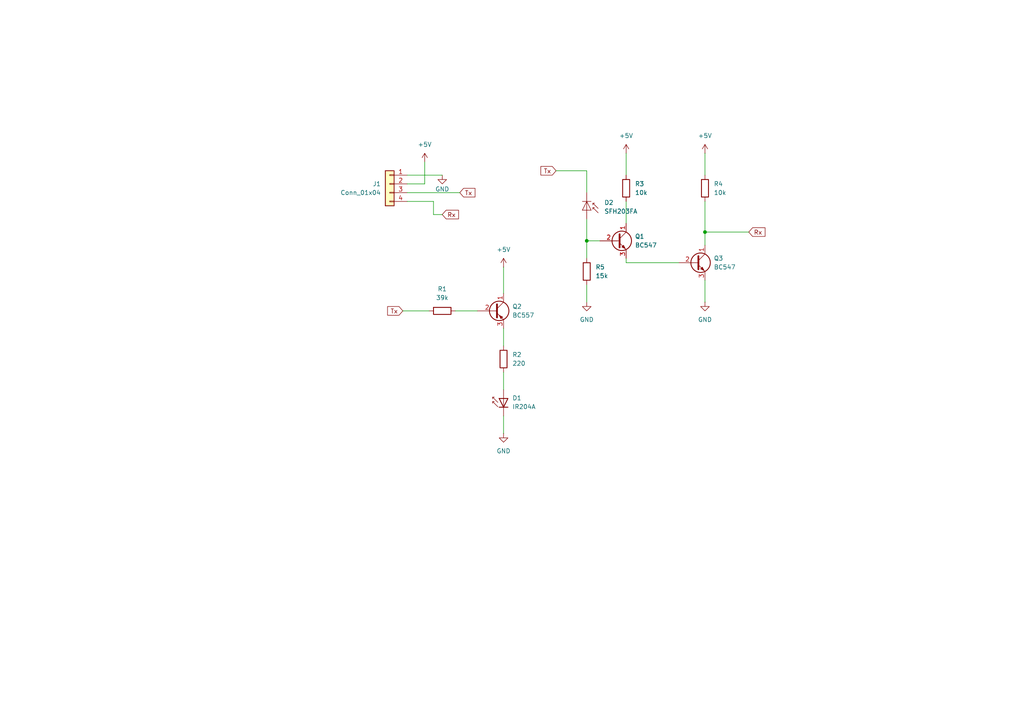
<source format=kicad_sch>
(kicad_sch (version 20231120) (generator "eeschema") (generator_version "8.0")
  (paper "A4")
  (lib_symbols
    (symbol "Connector_Generic:Conn_01x04" (pin_names (offset 1.016) hide)
      (property "Reference" "J" (at 0 5.08 0))
      (property "Value" "Conn_01x04" (at 0 -7.62 0))
      (symbol "Conn_01x04_1_1"
        (rectangle (start -1.27 -4.953) (end 0 -5.207) (stroke (width 0.1524)))
        (rectangle (start -1.27 -2.413) (end 0 -2.667) (stroke (width 0.1524)))
        (rectangle (start -1.27 0.127) (end 0 -0.127) (stroke (width 0.1524)))
        (rectangle (start -1.27 2.667) (end 0 2.413) (stroke (width 0.1524)))
        (rectangle (start -1.27 3.81) (end 1.27 -6.35) (stroke (width 0.254)) (fill (type background)))
        (pin passive line (at -5.08 2.54 0) (length 3.81) (name "Pin_1") (number "1"))
        (pin passive line (at -5.08 0 0) (length 3.81) (name "Pin_2") (number "2"))
        (pin passive line (at -5.08 -2.54 0) (length 3.81) (name "Pin_3") (number "3"))
        (pin passive line (at -5.08 -5.08 0) (length 3.81) (name "Pin_4") (number "4"))
      )
    )
    (symbol "Device:R" (pin_numbers hide) (pin_names (offset 0))
      (property "Reference" "R" (at 2.032 0 90))
      (property "Value" "R" (at 0 0 90))
      (symbol "R_0_1"
        (rectangle (start -1.016 -2.54) (end 1.016 2.54) (stroke (width 0.254)))
      )
      (symbol "R_1_1"
        (pin passive line (at 0 3.81 270) (length 1.27) (name "~") (number "1"))
        (pin passive line (at 0 -3.81 90) (length 1.27) (name "~") (number "2"))
      )
    )
    (symbol "LED:IR204A" (pin_numbers hide) (pin_names (offset 1.016) hide)
      (property "Reference" "D" (at 0.508 1.778 0))
      (property "Value" "IR204A" (at -1.016 -2.794 0))
      (symbol "IR204A_0_1"
        (polyline (pts (xy -2.54 1.27) (xy -2.54 -1.27)) (stroke (width 0.254)))
        (polyline (pts (xy 0 0) (xy -2.54 0)))
        (polyline (pts (xy 0.381 3.175) (xy -0.127 3.175)))
        (polyline (pts (xy -1.143 1.651) (xy 0.381 3.175) (xy 0.381 2.667)))
        (polyline (pts (xy 0 1.27) (xy -2.54 0) (xy 0 -1.27) (xy 0 1.27)) (stroke (width 0.254)))
        (polyline (pts (xy -2.413 1.651) (xy -0.889 3.175) (xy -0.889 2.667) (xy -0.889 3.175) (xy -1.397 3.175)))
      )
      (symbol "IR204A_1_1"
        (pin passive line (at -5.08 0 0) (length 2.54) (name "K") (number "1"))
        (pin passive line (at 2.54 0 180) (length 2.54) (name "A") (number "2"))
      )
    )
    (symbol "Sensor_Optical:SFH203FA" (pin_numbers hide) (pin_names hide)
      (property "Reference" "D" (at 0.508 1.778 0))
      (property "Value" "SFH203FA" (at -1.016 -2.794 0))
      (symbol "SFH203FA_0_1"
        (polyline (pts (xy -2.54 0) (xy 0 0)))
        (polyline (pts (xy -2.54 1.27) (xy -2.54 -1.27)) (stroke (width 0.1524)))
        (polyline (pts (xy -2.032 1.778) (xy -1.524 1.778)))
        (polyline (pts (xy 0 -1.27) (xy 0 1.27)))
        (polyline (pts (xy -0.508 3.302) (xy -2.032 1.778) (xy -2.032 2.286)))
        (polyline (pts (xy 0 1.27) (xy -2.54 0) (xy 0 -1.27)))
        (polyline (pts (xy 0.762 3.302) (xy -0.762 1.778) (xy -0.762 2.286) (xy -0.762 1.778) (xy -0.254 1.778)))
      )
      (symbol "SFH203FA_1_1"
        (pin passive line (at -5.08 0 0) (length 2.54) (name "K") (number "1"))
        (pin passive line (at 2.54 0 180) (length 2.54) (name "A") (number "2"))
      )
    )
    (symbol "Transistor_BJT:BC547" (pin_names (offset 0) hide)
      (property "Reference" "Q" (at 5.08 1.905 0))
      (property "Value" "BC547" (at 5.08 0 0))
      (symbol "BC547_0_1"
        (polyline (pts (xy 0 0) (xy 0.635 0)))
        (polyline (pts (xy 0.635 0.635) (xy 2.54 2.54)))
        (polyline (pts (xy 0.635 -0.635) (xy 2.54 -2.54) (xy 2.54 -2.54)))
        (polyline (pts (xy 0.635 1.905) (xy 0.635 -1.905) (xy 0.635 -1.905)) (stroke (width 0.508)))
        (polyline (pts (xy 1.27 -1.778) (xy 1.778 -1.27) (xy 2.286 -2.286) (xy 1.27 -1.778) (xy 1.27 -1.778)) (fill (type outline)))
        (circle (center 1.27 0) (radius 2.8194) (stroke (width 0.254)))
      )
      (symbol "BC547_1_1"
        (pin passive line (at 2.54 5.08 270) (length 2.54) (name "C") (number "1"))
        (pin input line (at -5.08 0 0) (length 5.08) (name "B") (number "2"))
        (pin passive line (at 2.54 -5.08 90) (length 2.54) (name "E") (number "3"))
      )
    )
    (symbol "Transistor_BJT:BC557" (pin_names (offset 0) hide)
      (property "Reference" "Q" (at 5.08 1.905 0))
      (property "Value" "BC557" (at 5.08 0 0))
      (symbol "BC557_0_1"
        (polyline (pts (xy 0.635 0.635) (xy 2.54 2.54)))
        (polyline (pts (xy 0.635 -0.635) (xy 2.54 -2.54) (xy 2.54 -2.54)))
        (polyline (pts (xy 0.635 1.905) (xy 0.635 -1.905) (xy 0.635 -1.905)) (stroke (width 0.508)))
        (polyline (pts (xy 2.286 -1.778) (xy 1.778 -2.286) (xy 1.27 -1.27) (xy 2.286 -1.778) (xy 2.286 -1.778)) (fill (type outline)))
        (circle (center 1.27 0) (radius 2.8194) (stroke (width 0.254)))
      )
      (symbol "BC557_1_1"
        (pin passive line (at 2.54 5.08 270) (length 2.54) (name "C") (number "1"))
        (pin input line (at -5.08 0 0) (length 5.715) (name "B") (number "2"))
        (pin passive line (at 2.54 -5.08 90) (length 2.54) (name "E") (number "3"))
      )
    )
    (symbol "power:+5V" (power) (pin_numbers hide) (pin_names (offset 0) hide)
      (property "Value" "+5V" (at 0 3.556 0))
      (symbol "+5V_0_1"
        (polyline (pts (xy -0.762 1.27) (xy 0 2.54)))
        (polyline (pts (xy 0 0) (xy 0 2.54)))
        (polyline (pts (xy 0 2.54) (xy 0.762 1.27)))
      )
      (symbol "+5V_1_1"
        (pin power_in line (at 0 0 90) (length 0) (name "~") (number "1"))
      )
    )
    (symbol "power:GND" (power) (pin_numbers hide) (pin_names (offset 0) hide)
      (property "Value" "GND" (at 0 -3.81 0))
      (symbol "GND_0_1"
        (polyline (pts (xy 0 0) (xy 0 -1.27) (xy 1.27 -1.27) (xy 0 -2.54) (xy -1.27 -1.27) (xy 0 -1.27)))
      )
      (symbol "GND_1_1"
        (pin power_in line (at 0 0 270) (length 0) (name "~") (number "1"))
      )
    )
  )
  (junction (at 170.18 69.85))
  (junction (at 204.47 67.31))
  (wire (pts (xy 204.47 67.31) (xy 217.17 67.31)))
  (wire (pts (xy 146.05 120.65) (xy 146.05 125.73)))
  (wire (pts (xy 181.61 58.42) (xy 181.61 64.77)))
  (wire (pts (xy 170.18 69.85) (xy 170.18 74.93)))
  (wire (pts (xy 170.18 49.53) (xy 170.18 55.88)))
  (wire (pts (xy 125.73 58.42) (xy 125.73 62.23)))
  (wire (pts (xy 146.05 77.47) (xy 146.05 85.09)))
  (wire (pts (xy 204.47 81.28) (xy 204.47 87.63)))
  (wire (pts (xy 170.18 63.5) (xy 170.18 69.85)))
  (wire (pts (xy 123.19 46.99) (xy 123.19 53.34)))
  (wire (pts (xy 132.08 90.17) (xy 138.43 90.17)))
  (wire (pts (xy 181.61 44.45) (xy 181.61 50.8)))
  (wire (pts (xy 170.18 69.85) (xy 173.99 69.85)))
  (wire (pts (xy 161.29 49.53) (xy 170.18 49.53)))
  (wire (pts (xy 123.19 53.34) (xy 118.11 53.34)))
  (wire (pts (xy 204.47 44.45) (xy 204.47 50.8)))
  (wire (pts (xy 125.73 62.23) (xy 128.27 62.23)))
  (wire (pts (xy 196.85 76.2) (xy 181.61 76.2)))
  (wire (pts (xy 118.11 55.88) (xy 133.35 55.88)))
  (wire (pts (xy 170.18 82.55) (xy 170.18 87.63)))
  (wire (pts (xy 181.61 76.2) (xy 181.61 74.93)))
  (wire (pts (xy 204.47 67.31) (xy 204.47 71.12)))
  (wire (pts (xy 118.11 50.8) (xy 128.27 50.8)))
  (wire (pts (xy 116.84 90.17) (xy 124.46 90.17)))
  (wire (pts (xy 146.05 107.95) (xy 146.05 113.03)))
  (wire (pts (xy 146.05 95.25) (xy 146.05 100.33)))
  (wire (pts (xy 118.11 58.42) (xy 125.73 58.42)))
  (wire (pts (xy 204.47 58.42) (xy 204.47 67.31)))
  (global_label "Rx" (shape input) (at 128.27 62.23 0) (property "Intersheetrefs" "${INTERSHEET_REFS}" (effects (hide yes))))
  (global_label "Rx" (shape input) (at 217.17 67.31 0) (property "Intersheetrefs" "${INTERSHEET_REFS}" (effects (hide yes))))
  (global_label "Tx" (shape input) (at 133.35 55.88 0) (property "Intersheetrefs" "${INTERSHEET_REFS}" (effects (hide yes))))
  (global_label "Tx" (shape input) (at 161.29 49.53 180) (property "Intersheetrefs" "${INTERSHEET_REFS}" (effects (hide yes))))
  (global_label "Tx" (shape input) (at 116.84 90.17 180) (property "Intersheetrefs" "${INTERSHEET_REFS}" (effects (hide yes))))
  (symbol (lib_id "Device:R") (at 170.18 78.74 180) (unit 1)
    (property "Reference" "R5" (at 172.72 77.4699 0) (effects (justify right)))
    (property "Value" "15k" (at 172.72 80.0099 0) (effects (justify right)))
    (property "Footprint" "Resistor_THT:R_Axial_DIN0204_L3.6mm_D1.6mm_P7.62mm_Horizontal" (effects (hide yes)))
    (property "Description" "Resistor" (effects (hide yes)))
  )
  (symbol (lib_id "LED:IR204A") (at 146.05 115.57 90) (unit 1)
    (property "Reference" "D1" (at 148.59 115.4429 90) (effects (justify right)))
    (property "Value" "IR204A" (at 148.59 117.9829 90) (effects (justify right)))
    (property "Footprint" "LED_THT:LED_D5.0mm_IRGrey" (effects (hide yes)))
    (property "Datasheet" "http://www.everlight.com/file/ProductFile/IR204-A.pdf" (effects (hide yes)))
    (property "Description" "Infrared LED , 3mm LED package" (effects (hide yes)))
  )
  (symbol (lib_id "Transistor_BJT:BC547") (at 179.07 69.85 0) (unit 1)
    (property "Reference" "Q1" (at 184.15 68.5799 0) (effects (justify left)))
    (property "Value" "BC547" (at 184.15 71.1199 0) (effects (justify left)))
    (property "Footprint" "Package_TO_SOT_THT:TO-92_Inline" (effects (hide yes)))
    (property "Datasheet" "https://www.onsemi.com/pub/Collateral/BC550-D.pdf" (effects (hide yes)))
    (property "Description" "0.1A Ic, 45V Vce, Small Signal NPN Transistor, TO-92" (effects (hide yes)))
  )
  (symbol (lib_id "power:GND") (at 128.27 50.8 0) (unit 1)
    (property "Reference" "#PWR01" (effects (hide yes)))
    (property "Value" "GND" (at 128.27 54.864 0))
    (property "Description" "Power symbol creates a global label with name \"GND\" , ground" (effects (hide yes)))
  )
  (symbol (lib_id "Transistor_BJT:BC547") (at 201.93 76.2 0) (unit 1)
    (property "Reference" "Q3" (at 207.01 74.9299 0) (effects (justify left)))
    (property "Value" "BC547" (at 207.01 77.4699 0) (effects (justify left)))
    (property "Footprint" "Package_TO_SOT_THT:TO-92_Inline" (effects (hide yes)))
    (property "Datasheet" "https://www.onsemi.com/pub/Collateral/BC550-D.pdf" (effects (hide yes)))
    (property "Description" "0.1A Ic, 45V Vce, Small Signal NPN Transistor, TO-92" (effects (hide yes)))
  )
  (symbol (lib_id "power:GND") (at 170.18 87.63 0) (unit 1)
    (property "Reference" "#PWR08" (effects (hide yes)))
    (property "Value" "GND" (at 170.18 92.71 0))
    (property "Description" "Power symbol creates a global label with name \"GND\" , ground" (effects (hide yes)))
  )
  (symbol (lib_id "Device:R") (at 204.47 54.61 180) (unit 1)
    (property "Reference" "R4" (at 207.01 53.3399 0) (effects (justify right)))
    (property "Value" "10k" (at 207.01 55.8799 0) (effects (justify right)))
    (property "Footprint" "Resistor_THT:R_Axial_DIN0204_L3.6mm_D1.6mm_P7.62mm_Horizontal" (effects (hide yes)))
    (property "Description" "Resistor" (effects (hide yes)))
  )
  (symbol (lib_id "power:GND") (at 146.05 125.73 0) (unit 1)
    (property "Reference" "#PWR04" (effects (hide yes)))
    (property "Value" "GND" (at 146.05 130.81 0))
    (property "Description" "Power symbol creates a global label with name \"GND\" , ground" (effects (hide yes)))
  )
  (symbol (lib_id "power:+5V") (at 204.47 44.45 0) (unit 1)
    (property "Reference" "#PWR06" (effects (hide yes)))
    (property "Value" "+5V" (at 204.47 39.37 0))
    (property "Description" "Power symbol creates a global label with name \"+5V\"" (effects (hide yes)))
  )
  (symbol (lib_id "Device:R") (at 146.05 104.14 180) (unit 1)
    (property "Reference" "R2" (at 148.59 102.8699 0) (effects (justify right)))
    (property "Value" "220" (at 148.59 105.4099 0) (effects (justify right)))
    (property "Footprint" "Resistor_THT:R_Axial_DIN0204_L3.6mm_D1.6mm_P7.62mm_Horizontal" (effects (hide yes)))
    (property "Description" "Resistor" (effects (hide yes)))
  )
  (symbol (lib_id "Device:R") (at 181.61 54.61 180) (unit 1)
    (property "Reference" "R3" (at 184.15 53.3399 0) (effects (justify right)))
    (property "Value" "10k" (at 184.15 55.8799 0) (effects (justify right)))
    (property "Footprint" "Resistor_THT:R_Axial_DIN0204_L3.6mm_D1.6mm_P7.62mm_Horizontal" (effects (hide yes)))
    (property "Description" "Resistor" (effects (hide yes)))
  )
  (symbol (lib_id "Device:R") (at 128.27 90.17 90) (unit 1)
    (property "Reference" "R1" (at 128.27 83.82 90))
    (property "Value" "39k" (at 128.27 86.36 90))
    (property "Footprint" "Resistor_THT:R_Axial_DIN0204_L3.6mm_D1.6mm_P7.62mm_Horizontal" (effects (hide yes)))
    (property "Description" "Resistor" (effects (hide yes)))
  )
  (symbol (lib_id "power:+5V") (at 123.19 46.99 0) (unit 1)
    (property "Reference" "#PWR02" (effects (hide yes)))
    (property "Value" "+5V" (at 123.19 41.91 0))
    (property "Description" "Power symbol creates a global label with name \"+5V\"" (effects (hide yes)))
  )
  (symbol (lib_id "Transistor_BJT:BC557") (at 143.51 90.17 0) (unit 1)
    (property "Reference" "Q2" (at 148.59 88.8999 0) (effects (justify left)))
    (property "Value" "BC557" (at 148.59 91.4399 0) (effects (justify left)))
    (property "Footprint" "Package_TO_SOT_THT:TO-92_Inline" (effects (hide yes)))
    (property "Datasheet" "https://www.onsemi.com/pub/Collateral/BC556BTA-D.pdf" (effects (hide yes)))
    (property "Description" "0.1A Ic, 45V Vce, PNP Small Signal Transistor, TO-92" (effects (hide yes)))
  )
  (symbol (lib_id "Connector_Generic:Conn_01x04") (at 113.03 53.34 0) (mirror y) (unit 1)
    (property "Reference" "J1" (at 110.49 53.3399 0) (effects (justify left)))
    (property "Value" "Conn_01x04" (at 110.49 55.8799 0) (effects (justify left)))
    (property "Footprint" "Connector_PinHeader_2.54mm:PinHeader_1x04_P2.54mm_Vertical" (effects (hide yes)))
    (property "Description" "Generic connector, single row, 01x04, script generated (kicad-library-utils/schlib/autogen/connector/)" (effects (hide yes)))
  )
  (symbol (lib_id "power:+5V") (at 181.61 44.45 0) (unit 1)
    (property "Reference" "#PWR05" (effects (hide yes)))
    (property "Value" "+5V" (at 181.61 39.37 0))
    (property "Description" "Power symbol creates a global label with name \"+5V\"" (effects (hide yes)))
  )
  (symbol (lib_id "power:GND") (at 204.47 87.63 0) (unit 1)
    (property "Reference" "#PWR07" (effects (hide yes)))
    (property "Value" "GND" (at 204.47 92.71 0))
    (property "Description" "Power symbol creates a global label with name \"GND\" , ground" (effects (hide yes)))
  )
  (symbol (lib_id "Sensor_Optical:SFH203FA") (at 170.18 60.96 270) (unit 1)
    (property "Reference" "D2" (at 175.26 58.7628 90) (effects (justify left)))
    (property "Value" "SFH203FA" (at 175.26 61.3028 90) (effects (justify left)))
    (property "Footprint" "LED_THT:LED_D5.0mm_IRGrey" (effects (hide yes)))
    (property "Datasheet" "http://www.osram-os.com/Graphics/XPic9/00101656_0.pdf/SFH%20203,%20SFH%20203%20FA,%20Lead%20(Pb)%20Free%20Product%20-%20RoHS%20Compliant.pdf" (effects (hide yes)))
    (property "Description" "Silicon PIN Photodiode with Daylight Blocking Filter" (effects (hide yes)))
  )
  (symbol (lib_id "power:+5V") (at 146.05 77.47 0) (unit 1)
    (property "Reference" "#PWR03" (effects (hide yes)))
    (property "Value" "+5V" (at 146.05 72.39 0))
    (property "Description" "Power symbol creates a global label with name \"+5V\"" (effects (hide yes)))
  )
)
</source>
